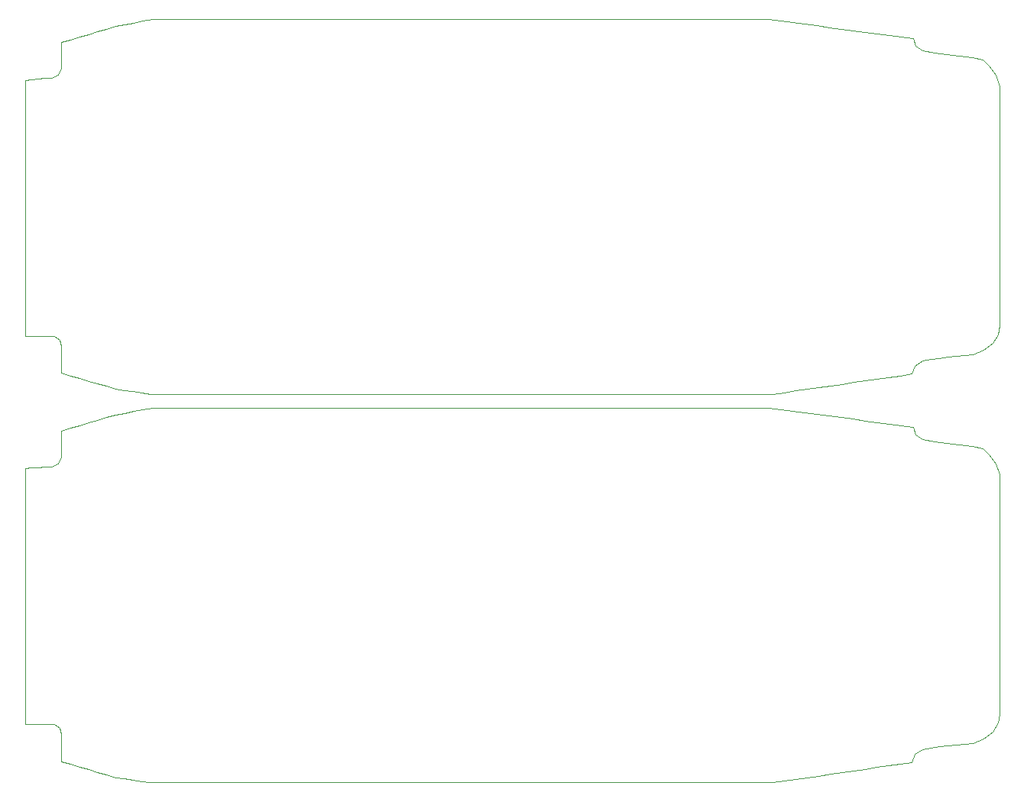
<source format=gbr>
G04 #@! TF.FileFunction,Legend,Bot*
%FSLAX46Y46*%
G04 Gerber Fmt 4.6, Leading zero omitted, Abs format (unit mm)*
G04 Created by KiCad (PCBNEW 4.0.2+dfsg1-stable) date Sat 02 Apr 2016 08:09:56 PM CEST*
%MOMM*%
G01*
G04 APERTURE LIST*
%ADD10C,0.150000*%
%ADD11C,0.100000*%
G04 APERTURE END LIST*
D10*
D11*
X76847362Y-132519297D02*
X76846256Y-131355372D01*
X76847362Y-133709297D02*
X76846256Y-132545372D01*
X184823672Y-130009669D02*
X184823672Y-156552737D01*
X184823672Y-156552737D02*
X184639437Y-157502628D01*
X184639437Y-157502628D02*
X184011984Y-158473819D01*
X184011984Y-158473819D02*
X183028434Y-159241019D01*
X183028434Y-159241019D02*
X181885338Y-159743638D01*
X181885338Y-159743638D02*
X180946166Y-159822981D01*
X180946166Y-159822981D02*
X179997997Y-159911175D01*
X179997997Y-159911175D02*
X179058819Y-160008122D01*
X179058819Y-160008122D02*
X178119541Y-160122762D01*
X178119541Y-160122762D02*
X177189253Y-160255113D01*
X177189253Y-160255113D02*
X176267650Y-160457841D01*
X176267650Y-160457841D02*
X175434781Y-160987006D01*
X175434781Y-160987006D02*
X175062612Y-161877597D01*
X175062612Y-161877597D02*
X173777838Y-162071584D01*
X173777838Y-162071584D02*
X172493062Y-162256725D01*
X172493062Y-162256725D02*
X171208288Y-162441963D01*
X171208288Y-162441963D02*
X169923509Y-162627100D01*
X169923509Y-162627100D02*
X168638634Y-162812238D01*
X168638634Y-162812238D02*
X167353859Y-163006225D01*
X167353859Y-163006225D02*
X166069081Y-163191462D01*
X166069081Y-163191462D02*
X164784297Y-163376600D01*
X164784297Y-163376600D02*
X163499531Y-163561838D01*
X163499531Y-163561838D02*
X162214753Y-163755825D01*
X162214753Y-163755825D02*
X160929978Y-163940963D01*
X160929978Y-163940963D02*
X159645103Y-164126103D01*
X159645103Y-164126103D02*
X90726700Y-164126103D01*
X90726700Y-164126103D02*
X89760847Y-163985012D01*
X89760847Y-163985012D02*
X88795091Y-163835172D01*
X88795091Y-163835172D02*
X87820344Y-163694081D01*
X87820344Y-163694081D02*
X86854587Y-163544141D01*
X86854587Y-163544141D02*
X85853266Y-163253209D01*
X85853266Y-163253209D02*
X84852041Y-162953328D01*
X84852041Y-162953328D02*
X83850816Y-162662397D01*
X83850816Y-162662397D02*
X82849591Y-162362519D01*
X82849591Y-162362519D02*
X81848269Y-162071584D01*
X81848269Y-162071584D02*
X80847034Y-161771803D01*
X80847034Y-161771803D02*
X80855925Y-161031053D01*
X80855925Y-161031053D02*
X80855925Y-159540800D01*
X80855925Y-159540800D02*
X80847034Y-158791300D01*
X80847034Y-158791300D02*
X80643222Y-158094694D01*
X80643222Y-158094694D02*
X80049541Y-157671422D01*
X80049541Y-157671422D02*
X76850841Y-157671422D01*
X76850841Y-157671422D02*
X76850841Y-138536566D01*
X76849578Y-138527719D02*
X76848472Y-137334944D01*
X76848472Y-137304944D02*
X76848472Y-136142072D01*
X76848472Y-136112072D02*
X76847362Y-134939297D01*
X76847362Y-134889297D02*
X76846256Y-133725372D01*
X76844362Y-132319919D02*
X76844362Y-129304216D01*
X76824362Y-129304216D02*
X76823672Y-129304216D01*
X76823672Y-129304216D02*
X77559128Y-129233619D01*
X77559128Y-129233619D02*
X78285691Y-129171972D01*
X78285691Y-129171972D02*
X79021147Y-129118978D01*
X79021147Y-129118978D02*
X79747713Y-129101378D01*
X79747713Y-129101378D02*
X80509747Y-128783900D01*
X80509747Y-128783900D02*
X80837559Y-128016800D01*
X80837559Y-128016800D02*
X80837559Y-125133337D01*
X80837559Y-125133337D02*
X81838784Y-124842306D01*
X81838784Y-124842306D02*
X82848900Y-124542525D01*
X82848900Y-124542525D02*
X83850125Y-124251494D01*
X83850125Y-124251494D02*
X84860231Y-123951713D01*
X84860231Y-123951713D02*
X85861562Y-123651931D01*
X85861562Y-123651931D02*
X86871681Y-123360903D01*
X86871681Y-123360903D02*
X87864012Y-123166913D01*
X87864012Y-123166913D02*
X88865238Y-122972928D01*
X88865238Y-122972928D02*
X89857669Y-122770091D01*
X89857669Y-122770091D02*
X90967963Y-122576103D01*
X90967963Y-122576103D02*
X159237262Y-122576103D01*
X159237262Y-122576103D02*
X160575191Y-122761347D01*
X160575191Y-122761347D02*
X161904319Y-122937631D01*
X161904319Y-122937631D02*
X163242356Y-123114019D01*
X163242356Y-123114019D02*
X164580288Y-123290406D01*
X164580288Y-123290406D02*
X165909425Y-123466694D01*
X165909425Y-123466694D02*
X167247344Y-123651931D01*
X167247344Y-123651931D02*
X168576491Y-123828319D01*
X168576491Y-123828319D02*
X169914519Y-124004609D01*
X169914519Y-124004609D02*
X171252450Y-124180997D01*
X171252450Y-124180997D02*
X172581584Y-124366137D01*
X172581584Y-124366137D02*
X173919516Y-124542525D01*
X173919516Y-124542525D02*
X175257544Y-124718919D01*
X175257544Y-124718919D02*
X175514519Y-125565359D01*
X175514519Y-125565359D02*
X176241084Y-126059225D01*
X176241084Y-126059225D02*
X177605591Y-126297263D01*
X177605591Y-126297263D02*
X178978988Y-126500097D01*
X178978988Y-126500097D02*
X180361278Y-126667644D01*
X180361278Y-126667644D02*
X181743569Y-126799878D01*
X181743569Y-126799878D02*
X182957506Y-127090909D01*
X182957506Y-127090909D02*
X183664756Y-127744300D01*
X183664756Y-127744300D02*
X184364734Y-128767128D01*
X184364734Y-128767128D02*
X184823672Y-130009669D01*
X76847362Y-89459297D02*
X76846256Y-88295372D01*
X76847362Y-90649297D02*
X76846256Y-89485372D01*
X184823672Y-86949669D02*
X184823672Y-113492737D01*
X184823672Y-113492737D02*
X184639437Y-114442628D01*
X184639437Y-114442628D02*
X184011984Y-115413819D01*
X184011984Y-115413819D02*
X183028434Y-116181019D01*
X183028434Y-116181019D02*
X181885338Y-116683638D01*
X181885338Y-116683638D02*
X180946166Y-116762981D01*
X180946166Y-116762981D02*
X179997997Y-116851175D01*
X179997997Y-116851175D02*
X179058819Y-116948122D01*
X179058819Y-116948122D02*
X178119541Y-117062762D01*
X178119541Y-117062762D02*
X177189253Y-117195113D01*
X177189253Y-117195113D02*
X176267650Y-117397841D01*
X176267650Y-117397841D02*
X175434781Y-117927006D01*
X175434781Y-117927006D02*
X175062612Y-118817597D01*
X175062612Y-118817597D02*
X173777838Y-119011584D01*
X173777838Y-119011584D02*
X172493062Y-119196725D01*
X172493062Y-119196725D02*
X171208288Y-119381963D01*
X171208288Y-119381963D02*
X169923509Y-119567100D01*
X169923509Y-119567100D02*
X168638634Y-119752238D01*
X168638634Y-119752238D02*
X167353859Y-119946225D01*
X167353859Y-119946225D02*
X166069081Y-120131462D01*
X166069081Y-120131462D02*
X164784297Y-120316600D01*
X164784297Y-120316600D02*
X163499531Y-120501838D01*
X163499531Y-120501838D02*
X162214753Y-120695825D01*
X162214753Y-120695825D02*
X160929978Y-120880963D01*
X160929978Y-120880963D02*
X159645103Y-121066103D01*
X159645103Y-121066103D02*
X90726700Y-121066103D01*
X90726700Y-121066103D02*
X89760847Y-120925012D01*
X89760847Y-120925012D02*
X88795091Y-120775172D01*
X88795091Y-120775172D02*
X87820344Y-120634081D01*
X87820344Y-120634081D02*
X86854587Y-120484141D01*
X86854587Y-120484141D02*
X85853266Y-120193209D01*
X85853266Y-120193209D02*
X84852041Y-119893328D01*
X84852041Y-119893328D02*
X83850816Y-119602397D01*
X83850816Y-119602397D02*
X82849591Y-119302519D01*
X82849591Y-119302519D02*
X81848269Y-119011584D01*
X81848269Y-119011584D02*
X80847034Y-118711803D01*
X80847034Y-118711803D02*
X80855925Y-117971053D01*
X80855925Y-117971053D02*
X80855925Y-116480800D01*
X80855925Y-116480800D02*
X80847034Y-115731300D01*
X80847034Y-115731300D02*
X80643222Y-115034694D01*
X80643222Y-115034694D02*
X80049541Y-114611422D01*
X80049541Y-114611422D02*
X76850841Y-114611422D01*
X76850841Y-114611422D02*
X76850841Y-95476566D01*
X76849578Y-95467719D02*
X76848472Y-94274944D01*
X76848472Y-94244944D02*
X76848472Y-93082072D01*
X76848472Y-93052072D02*
X76847362Y-91879297D01*
X76847362Y-91829297D02*
X76846256Y-90665372D01*
X76844362Y-89259919D02*
X76844362Y-86244216D01*
X76824362Y-86244216D02*
X76823672Y-86244216D01*
X76823672Y-86244216D02*
X77559128Y-86173619D01*
X77559128Y-86173619D02*
X78285691Y-86111972D01*
X78285691Y-86111972D02*
X79021147Y-86058978D01*
X79021147Y-86058978D02*
X79747713Y-86041378D01*
X79747713Y-86041378D02*
X80509747Y-85723900D01*
X80509747Y-85723900D02*
X80837559Y-84956800D01*
X80837559Y-84956800D02*
X80837559Y-82073337D01*
X80837559Y-82073337D02*
X81838784Y-81782306D01*
X81838784Y-81782306D02*
X82848900Y-81482525D01*
X82848900Y-81482525D02*
X83850125Y-81191494D01*
X83850125Y-81191494D02*
X84860231Y-80891713D01*
X84860231Y-80891713D02*
X85861562Y-80591931D01*
X85861562Y-80591931D02*
X86871681Y-80300903D01*
X86871681Y-80300903D02*
X87864012Y-80106913D01*
X87864012Y-80106913D02*
X88865238Y-79912928D01*
X88865238Y-79912928D02*
X89857669Y-79710091D01*
X89857669Y-79710091D02*
X90967963Y-79516103D01*
X90967963Y-79516103D02*
X159237262Y-79516103D01*
X159237262Y-79516103D02*
X160575191Y-79701347D01*
X160575191Y-79701347D02*
X161904319Y-79877631D01*
X161904319Y-79877631D02*
X163242356Y-80054019D01*
X163242356Y-80054019D02*
X164580288Y-80230406D01*
X164580288Y-80230406D02*
X165909425Y-80406694D01*
X165909425Y-80406694D02*
X167247344Y-80591931D01*
X167247344Y-80591931D02*
X168576491Y-80768319D01*
X168576491Y-80768319D02*
X169914519Y-80944609D01*
X169914519Y-80944609D02*
X171252450Y-81120997D01*
X171252450Y-81120997D02*
X172581584Y-81306137D01*
X172581584Y-81306137D02*
X173919516Y-81482525D01*
X173919516Y-81482525D02*
X175257544Y-81658919D01*
X175257544Y-81658919D02*
X175514519Y-82505359D01*
X175514519Y-82505359D02*
X176241084Y-82999225D01*
X176241084Y-82999225D02*
X177605591Y-83237263D01*
X177605591Y-83237263D02*
X178978988Y-83440097D01*
X178978988Y-83440097D02*
X180361278Y-83607644D01*
X180361278Y-83607644D02*
X181743569Y-83739878D01*
X181743569Y-83739878D02*
X182957506Y-84030909D01*
X182957506Y-84030909D02*
X183664756Y-84684300D01*
X183664756Y-84684300D02*
X184364734Y-85707128D01*
X184364734Y-85707128D02*
X184823672Y-86949669D01*
M02*

</source>
